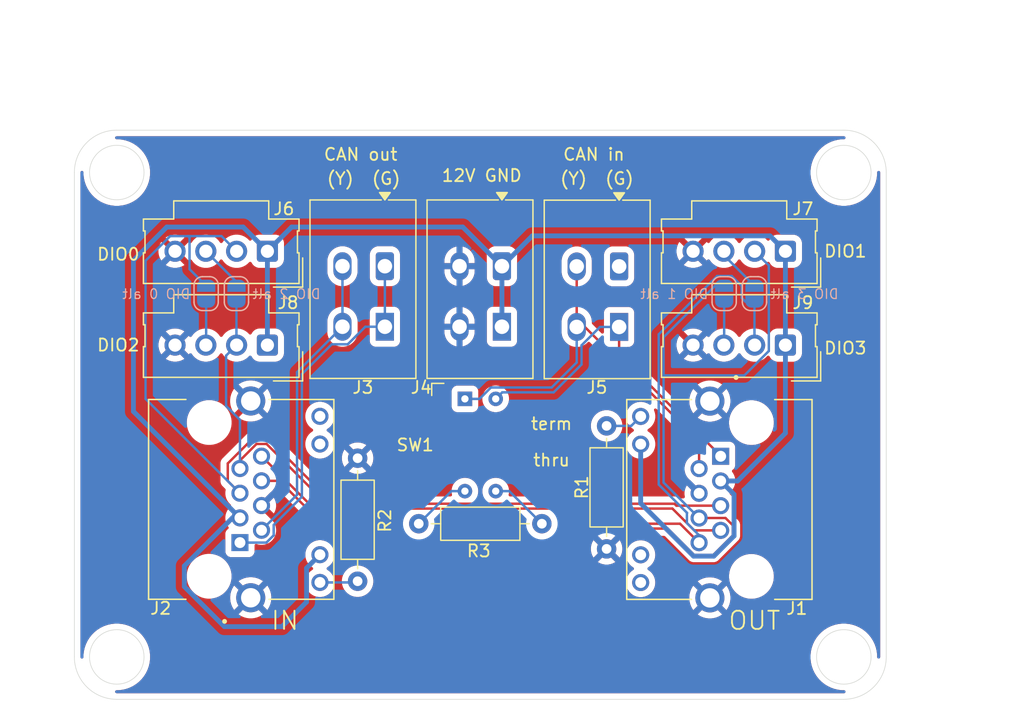
<source format=kicad_pcb>
(kicad_pcb (version 20241229) (generator "pcbnew") (generator_version "9.0")
  (layers (0 "F.Cu" signal) (2 "B.Cu" signal) (13 "F.Paste" user) (15 "B.Paste" user) (5 "F.SilkS" user "F.Silkscreen") (7 "B.SilkS" user "B.Silkscreen") (1 "F.Mask" user) (3 "B.Mask" user) (25 "Edge.Cuts" user))
  (net 0 "")
  (net 2 "/GND")
  (net 3 "Net-(J1-Pad9)")
  (net 4 "Net-(J5-Pin_2)")
  (net 5 "Net-(J5-Pin_1)")
  (net 7 "/12V")
  (net 10 "Net-(J3-Pin_1)")
  (net 11 "Net-(J3-Pin_2)")
  (net 12 "Net-(J2-Pad9)")
  (net 13 "Net-(R3-Pad1)")
  (net 14 "Net-(R3-Pad2)")
  (net 15 "/DIO 0")
  (net 16 "/DIO 3")
  (net 17 "/DIO 1")
  (net 18 "/DIO 2")
  (net 19 "DIO2_C")
  (net 20 "DIO0_C")
  (net 21 "DIO3_C")
  (net 22 "DIO1_C")
  (footprint "custom:ADAMTECH_MTJ-88ARX1-FSM-LG" (layer "F.Cu") (at 50.75 82.24 -90)
    (property "Reference" "J2" (at 9 4 0) (layer "F.SilkS"))
    (property "Value" "MTJ-88ARX1-FSM-LG")
    (fp_line (start -8.25 5) (end -8.25 1.92) (stroke (width 0.127)) (layer "F.SilkS"))
    (fp_line (start 8.25 5) (end -8.25 5) (stroke (width 0.127)) (layer "F.SilkS"))
    (fp_line (start 8.25 5) (end 8.25 1.92) (stroke (width 0.127)) (layer "F.SilkS"))
    (fp_line (start -8.25 -4.95) (end -8.25 -10.29) (stroke (width 0.127)) (layer "F.SilkS"))
    (fp_line (start -8.25 -10.29) (end 8.25 -10.29) (stroke (width 0.127)) (layer "F.SilkS"))
    (fp_line (start 8.25 -10.29) (end 8.25 -4.95) (stroke (width 0.127)) (layer "F.SilkS"))
    (fp_circle (center 10.075 -1.27) (end 10.175 -1.27) (stroke (width 0.2)) (fill no) (layer "F.SilkS"))
    (pad "" np_thru_hole circle (at -6.35 0 270) (size 3.2 3.2) (drill 3.2) (layers "*.Cu" "*.Mask"))
    (pad "" np_thru_hole circle (at 6.35 0 270) (size 3.2 3.2) (drill 3.2) (layers "*.Cu" "*.Mask"))
    (pad "1" thru_hole rect (at 3.57 -2.54 270) (size 1.408 1.408) (drill 0.9) (layers "*.Cu" "*.Mask") (net 10 "Net-(J3-Pin_1)"))
    (pad "2" thru_hole circle (at 2.55 -4.32 270) (size 1.408 1.408) (drill 0.9) (layers "*.Cu" "*.Mask") (net 11 "Net-(J3-Pin_2)"))
    (pad "3" thru_hole circle (at 1.53 -2.54 270) (size 1.408 1.408) (drill 0.9) (layers "*.Cu" "*.Mask") (net 7 "/12V"))
    (pad "4" thru_hole circle (at 0.51 -4.32 270) (size 1.408 1.408) (drill 0.9) (layers "*.Cu" "*.Mask") (net 2 "/GND"))
    (pad "5" thru_hole circle (at -0.51 -2.54 270) (size 1.408 1.408) (drill 0.9) (layers "*.Cu" "*.Mask") (net 15 "/DIO 0"))
    (pad "6" thru_hole circle (at -1.53 -4.32 270) (size 1.408 1.408) (drill 0.9) (layers "*.Cu" "*.Mask") (net 17 "/DIO 1"))
    (pad "7" thru_hole circle (at -2.55 -2.54 270) (size 1.408 1.408) (drill 0.9) (layers "*.Cu" "*.Mask") (net 18 "/DIO 2"))
    (pad "8" thru_hole circle (at -3.57 -4.32 270) (size 1.408 1.408) (drill 0.9) (layers "*.Cu" "*.Mask") (net 16 "/DIO 3"))
    (pad "9" thru_hole circle (at 6.86 -9.14 270) (size 1.408 1.408) (drill 0.9) (layers "*.Cu" "*.Mask") (net 12 "Net-(J2-Pad9)"))
    (pad "10" thru_hole circle (at 4.57 -9.14 270) (size 1.408 1.408) (drill 0.9) (layers "*.Cu" "*.Mask") (net 7 "/12V"))
    (pad "11" thru_hole circle (at -4.57 -9.14 270) (size 1.408 1.408) (drill 0.9) (layers "*.Cu" "*.Mask"))
    (pad "12" thru_hole circle (at -6.86 -9.14 270) (size 1.408 1.408) (drill 0.9) (layers "*.Cu" "*.Mask"))
    (pad "SH1" thru_hole circle (at -8.125 -3.43 270) (size 2.4 2.4) (drill 1.6) (layers "*.Cu" "*.Mask") (net 2 "/GND"))
    (pad "SH2" thru_hole circle (at 8.125 -3.43 270) (size 2.4 2.4) (drill 1.6) (layers "*.Cu" "*.Mask") (net 2 "/GND"))
  )
  (footprint "custom:Molex_SL_171971-0004_1x04_P2.54mm_Vertical" (layer "F.Cu") (at 98.305 61.75 180)
    (property "Reference" "J7" (at -1.445 3.5 180) (layer "F.SilkS"))
    (property "Value" "Conn_01x04_Pin")
    (fp_line (start 10.23 2.66) (end 10.23 1.68) (stroke (width 0.12)) (layer "F.SilkS"))
    (fp_line (start 10.23 1.68) (end 10.1 1.68) (stroke (width 0.12)) (layer "F.SilkS"))
    (fp_line (start 10.23 -0.13) (end 10.23 -2.66) (stroke (width 0.12)) (layer "F.SilkS"))
    (fp_line (start 10.23 -2.66) (end -2.61 -2.66) (stroke (width 0.12)) (layer "F.SilkS"))
    (fp_line (start 10.1 1.68) (end 10.1 -0.13) (stroke (width 0.12)) (layer "F.SilkS"))
    (fp_line (start 10.1 -0.13) (end 10.23 -0.13) (stroke (width 0.12)) (layer "F.SilkS"))
    (fp_line (start 7.73 4.16) (end 7.73 2.66) (stroke (width 0.12)) (layer "F.SilkS"))
    (fp_line (start 7.73 2.66) (end 10.23 2.66) (stroke (width 0.12)) (layer "F.SilkS"))
    (fp_line (start -0.11 4.16) (end 7.73 4.16) (stroke (width 0.12)) (layer "F.SilkS"))
    (fp_line (start -0.11 2.66) (end -0.11 4.16) (stroke (width 0.12)) (layer "F.SilkS"))
    (fp_line (start -2.48 1.68) (end -2.61 1.68) (stroke (width 0.12)) (layer "F.SilkS"))
    (fp_line (start -2.48 -0.13) (end -2.48 1.68) (stroke (width 0.12)) (layer "F.SilkS"))
    (fp_line (start -2.61 2.66) (end -0.11 2.66) (stroke (width 0.12)) (layer "F.SilkS"))
    (fp_line (start -2.61 1.68) (end -2.61 2.66) (stroke (width 0.12)) (layer "F.SilkS"))
    (fp_line (start -2.61 -0.13) (end -2.48 -0.13) (stroke (width 0.12)) (layer "F.SilkS"))
    (fp_line (start -2.61 -2.66) (end -2.61 -0.13) (stroke (width 0.12)) (layer "F.SilkS"))
    (fp_line (start -2.91 -0.55) (end -2.91 -2.96) (stroke (width 0.12)) (layer "F.SilkS"))
    (fp_line (start -2.91 -2.96) (end -0.5 -2.96) (stroke (width 0.12)) (layer "F.SilkS"))
    (pad "1" thru_hole roundrect (at 0 0 180) (size 1.74 1.74) (drill 1.09) (layers "*.Cu" "*.Mask") (roundrect_rratio 0.143678) (net 7 "/12V"))
    (pad "2" thru_hole circle (at 2.54 0 180) (size 1.74 1.74) (drill 1.09) (layers "*.Cu" "*.Mask") (net 17 "/DIO 1"))
    (pad "3" thru_hole circle (at 5.08 0 180) (size 1.74 1.74) (drill 1.09) (layers "*.Cu" "*.Mask") (net 21 "DIO3_C"))
    (pad "4" thru_hole circle (at 7.62 0 180) (size 1.74 1.74) (drill 1.09) (layers "*.Cu" "*.Mask") (net 2 "/GND"))
  )
  (footprint "custom:TerminalBlock_WAGO_2601-1102_1x02_P3.50mm_Horizontal w-model" (layer "F.Cu") (at 74.91 62.9825 180)
    (property "Reference" "J4" (at 6.66 -10.0175 0) (layer "F.SilkS"))
    (property "Value" "Conn_01x02_Pin")
    (fp_line (start 6.18 5.47) (end 0.3 5.47) (stroke (width 0.12)) (layer "F.SilkS"))
    (fp_line (start 6.18 -9.27) (end 6.18 5.47) (stroke (width 0.12)) (layer "F.SilkS"))
    (fp_line (start -0.3 5.47) (end -2.56 5.47) (stroke (width 0.12)) (layer "F.SilkS"))
    (fp_line (start -2.56 5.47) (end -2.56 -9.27) (stroke (width 0.12)) (layer "F.SilkS"))
    (fp_line (start -2.56 -9.27) (end 6.18 -9.27) (stroke (width 0.12)) (layer "F.SilkS"))
    (fp_poly (pts (xy 0 5.47) (xy 0.44 6.08) (xy -0.44 6.08)) (stroke (width 0.12)) (fill yes) (layer "F.SilkS"))
    (pad "1" thru_hole rect (at 0 -5 180) (size 1.5 2.3) (drill 1.2) (layers "*.Cu" "*.Mask") (net 7 "/12V"))
    (pad "1" thru_hole roundrect (at 0 0 180) (size 1.5 2.3) (drill 1.2) (layers "*.Cu" "*.Mask") (roundrect_rratio 0.166667) (net 7 "/12V"))
    (pad "2" thru_hole oval (at 3.5 -5 180) (size 1.5 2.3) (drill 1.2) (layers "*.Cu" "*.Mask") (net 2 "/GND"))
    (pad "2" thru_hole oval (at 3.5 0 180) (size 1.5 2.3) (drill 1.2) (layers "*.Cu" "*.Mask") (net 2 "/GND"))
  )
  (footprint "Resistor_THT:R_Axial_DIN0207_L6.3mm_D2.5mm_P10.16mm_Horizontal" (layer "F.Cu") (at 83.5475 76.17 -90)
    (property "Reference" "R1" (at 5.08 2.0475 90) (layer "F.SilkS"))
    (property "Value" "R")
    (fp_line (start 1.04 0) (end 1.81 0) (stroke (width 0.12)) (layer "F.SilkS"))
    (fp_line (start 9.12 0) (end 8.35 0) (stroke (width 0.12)) (layer "F.SilkS"))
    (fp_rect (start 1.81 -1.37) (end 8.35 1.37) (stroke (width 0.12)) (fill no) (layer "F.SilkS"))
    (pad "1" thru_hole circle (at 0 0 270) (size 1.6 1.6) (drill 0.8) (layers "*.Cu" "*.Mask") (net 3 "Net-(J1-Pad9)"))
    (pad "2" thru_hole circle (at 10.16 0 270) (size 1.6 1.6) (drill 0.8) (layers "*.Cu" "*.Mask") (net 2 "/GND"))
  )
  (footprint "custom:Molex_SL_171971-0004_1x04_P2.54mm_Vertical" (layer "F.Cu") (at 55.555 61.75 180)
    (property "Reference" "J6" (at -1.36 3.5 180) (layer "F.SilkS"))
    (property "Value" "Conn_01x04_Pin" (hide yes))
    (fp_line (start 10.23 2.66) (end 10.23 1.68) (stroke (width 0.12)) (layer "F.SilkS"))
    (fp_line (start 10.23 1.68) (end 10.1 1.68) (stroke (width 0.12)) (layer "F.SilkS"))
    (fp_line (start 10.23 -0.13) (end 10.23 -2.66) (stroke (width 0.12)) (layer "F.SilkS"))
    (fp_line (start 10.23 -2.66) (end -2.61 -2.66) (stroke (width 0.12)) (layer "F.SilkS"))
    (fp_line (start 10.1 1.68) (end 10.1 -0.13) (stroke (width 0.12)) (layer "F.SilkS"))
    (fp_line (start 10.1 -0.13) (end 10.23 -0.13) (stroke (width 0.12)) (layer "F.SilkS"))
    (fp_line (start 7.73 4.16) (end 7.73 2.66) (stroke (width 0.12)) (layer "F.SilkS"))
    (fp_line (start 7.73 2.66) (end 10.23 2.66) (stroke (width 0.12)) (layer "F.SilkS"))
    (fp_line (start -0.11 4.16) (end 7.73 4.16) (stroke (width 0.12)) (layer "F.SilkS"))
    (fp_line (start -0.11 2.66) (end -0.11 4.16) (stroke (width 0.12)) (layer "F.SilkS"))
    (fp_line (start -2.48 1.68) (end -2.61 1.68) (stroke (width 0.12)) (layer "F.SilkS"))
    (fp_line (start -2.48 -0.13) (end -2.48 1.68) (stroke (width 0.12)) (layer "F.SilkS"))
    (fp_line (start -2.61 2.66) (end -0.11 2.66) (stroke (width 0.12)) (layer "F.SilkS"))
    (fp_line (start -2.61 1.68) (end -2.61 2.66) (stroke (width 0.12)) (layer "F.SilkS"))
    (fp_line (start -2.61 -0.13) (end -2.48 -0.13) (stroke (width 0.12)) (layer "F.SilkS"))
    (fp_line (start -2.61 -2.66) (end -2.61 -0.13) (stroke (width 0.12)) (layer "F.SilkS"))
    (fp_line (start -2.91 -0.55) (end -2.91 -2.96) (stroke (width 0.12)) (layer "F.SilkS"))
    (fp_line (start -2.91 -2.96) (end -0.5 -2.96) (stroke (width 0.12)) (layer "F.SilkS"))
    (pad "1" thru_hole roundrect (at 0 0 180) (size 1.74 1.74) (drill 1.09) (layers "*.Cu" "*.Mask") (roundrect_rratio 0.143678) (net 7 "/12V"))
    (pad "2" thru_hole circle (at 2.54 0 180) (size 1.74 1.74) (drill 1.09) (layers "*.Cu" "*.Mask") (net 15 "/DIO 0"))
    (pad "3" thru_hole circle (at 5.08 0 180) (size 1.74 1.74) (drill 1.09) (layers "*.Cu" "*.Mask") (net 19 "DIO2_C"))
    (pad "4" thru_hole circle (at 7.62 0 180) (size 1.74 1.74) (drill 1.09) (layers "*.Cu" "*.Mask") (net 2 "/GND"))
  )
  (footprint "custom:TerminalBlock_WAGO_2601-1102_1x02_P3.50mm_Horizontal w-model" (layer "F.Cu") (at 65.25 62.9825 180)
    (property "Reference" "J3" (at 1.81 -10.0175 0) (layer "F.SilkS"))
    (property "Value" "Conn_01x02_Pin" (hide yes))
    (fp_line (start 6.18 5.47) (end 0.3 5.47) (stroke (width 0.12)) (layer "F.SilkS"))
    (fp_line (start 6.18 -9.27) (end 6.18 5.47) (stroke (width 0.12)) (layer "F.SilkS"))
    (fp_line (start -0.3 5.47) (end -2.56 5.47) (stroke (width 0.12)) (layer "F.SilkS"))
    (fp_line (start -2.56 5.47) (end -2.56 -9.27) (stroke (width 0.12)) (layer "F.SilkS"))
    (fp_line (start -2.56 -9.27) (end 6.18 -9.27) (stroke (width 0.12)) (layer "F.SilkS"))
    (fp_poly (pts (xy 0 5.47) (xy 0.44 6.08) (xy -0.44 6.08)) (stroke (width 0.12)) (fill yes) (layer "F.SilkS"))
    (pad "1" thru_hole rect (at 0 -5 180) (size 1.5 2.3) (drill 1.2) (layers "*.Cu" "*.Mask") (net 10 "Net-(J3-Pin_1)"))
    (pad "1" thru_hole roundrect (at 0 0 180) (size 1.5 2.3) (drill 1.2) (layers "*.Cu" "*.Mask") (roundrect_rratio 0.166667) (net 10 "Net-(J3-Pin_1)"))
    (pad "2" thru_hole oval (at 3.5 -5 180) (size 1.5 2.3) (drill 1.2) (layers "*.Cu" "*.Mask") (net 11 "Net-(J3-Pin_2)"))
    (pad "2" thru_hole oval (at 3.5 0 180) (size 1.5 2.3) (drill 1.2) (layers "*.Cu" "*.Mask") (net 11 "Net-(J3-Pin_2)"))
  )
  (footprint "Resistor_THT:R_Axial_DIN0207_L6.3mm_D2.5mm_P10.16mm_Horizontal" (layer "F.Cu") (at 63 89 90)
    (property "Reference" "R2" (at 5 2.25 90) (layer "F.SilkS"))
    (property "Value" "R")
    (fp_line (start 9.12 0) (end 8.35 0) (stroke (width 0.12)) (layer "F.SilkS"))
    (fp_line (start 1.04 0) (end 1.81 0) (stroke (width 0.12)) (layer "F.SilkS"))
    (fp_rect (start 1.81 -1.37) (end 8.35 1.37) (stroke (width 0.12)) (fill no) (layer "F.SilkS"))
    (pad "1" thru_hole circle (at 0 0 90) (size 1.6 1.6) (drill 0.8) (layers "*.Cu" "*.Mask") (net 12 "Net-(J2-Pad9)"))
    (pad "2" thru_hole circle (at 10.16 0 90) (size 1.6 1.6) (drill 0.8) (layers "*.Cu" "*.Mask") (net 2 "/GND"))
  )
  (footprint "custom:Molex_SL_171971-0004_1x04_P2.54mm_Vertical" (layer "F.Cu") (at 98.305 69.5 180)
    (property "Reference" "J9" (at -1.445 3.5 180) (layer "F.SilkS"))
    (property "Value" "Conn_01x04_Pin")
    (fp_line (start 10.23 2.66) (end 10.23 1.68) (stroke (width 0.12)) (layer "F.SilkS"))
    (fp_line (start 10.23 1.68) (end 10.1 1.68) (stroke (width 0.12)) (layer "F.SilkS"))
    (fp_line (start 10.23 -0.13) (end 10.23 -2.66) (stroke (width 0.12)) (layer "F.SilkS"))
    (fp_line (start 10.23 -2.66) (end -2.61 -2.66) (stroke (width 0.12)) (layer "F.SilkS"))
    (fp_line (start 10.1 1.68) (end 10.1 -0.13) (stroke (width 0.12)) (layer "F.SilkS"))
    (fp_line (start 10.1 -0.13) (end 10.23 -0.13) (stroke (width 0.12)) (layer "F.SilkS"))
    (fp_line (start 7.73 4.16) (end 7.73 2.66) (stroke (width 0.12)) (layer "F.SilkS"))
    (fp_line (start 7.73 2.66) (end 10.23 2.66) (stroke (width 0.12)) (layer "F.SilkS"))
    (fp_line (start -0.11 4.16) (end 7.73 4.16) (stroke (width 0.12)) (layer "F.SilkS"))
    (fp_line (start -0.11 2.66) (end -0.11 4.16) (stroke (width 0.12)) (layer "F.SilkS"))
    (fp_line (start -2.48 1.68) (end -2.61 1.68) (stroke (width 0.12)) (layer "F.SilkS"))
    (fp_line (start -2.48 -0.13) (end -2.48 1.68) (stroke (width 0.12)) (layer "F.SilkS"))
    (fp_line (start -2.61 2.66) (end -0.11 2.66) (stroke (width 0.12)) (layer "F.SilkS"))
    (fp_line (start -2.61 1.68) (end -2.61 2.66) (stroke (width 0.12)) (layer "F.SilkS"))
    (fp_line (start -2.61 -0.13) (end -2.48 -0.13) (stroke (width 0.12)) (layer "F.SilkS"))
    (fp_line (start -2.61 -2.66) (end -2.61 -0.13) (stroke (width 0.12)) (layer "F.SilkS"))
    (fp_line (start -2.91 -0.55) (end -2.91 -2.96) (stroke (width 0.12)) (layer "F.SilkS"))
    (fp_line (start -2.91 -2.96) (end -0.5 -2.96) (stroke (width 0.12)) (layer "F.SilkS"))
    (pad "1" thru_hole roundrect (at 0 0 180) (size 1.74 1.74) (drill 1.09) (layers "*.Cu" "*.Mask") (roundrect_rratio 0.143678) (net 7 "/12V"))
    (pad "2" thru_hole circle (at 2.54 0 180) (size 1.74 1.74) (drill 1.09) (layers "*.Cu" "*.Mask") (net 16 "/DIO 3"))
    (pad "3" thru_hole circle (at 5.08 0 180) (size 1.74 1.74) (drill 1.09) (layers "*.Cu" "*.Mask") (net 22 "DIO1_C"))
    (pad "4" thru_hole circle (at 7.62 0 180) (size 1.74 1.74) (drill 1.09) (layers "*.Cu" "*.Mask") (net 2 "/GND"))
  )
  (footprint "custom:206-211" (layer "F.Cu") (at 73.125 77.75)
    (property "Reference" "SW1" (at -5.375 0 0) (layer "F.SilkS"))
    (property "Value" "SW_DPST")
    (fp_line (start -4.01 -5.09) (end -4.01 -4.09) (stroke (width 0.12)) (layer "F.SilkS"))
    (fp_line (start -4.01 -5.09) (end -3.01 -5.09) (stroke (width 0.12)) (layer "F.SilkS"))
    (pad "1" thru_hole rect (at -1.27 -3.81) (size 1.2 1.2) (drill 0.6) (layers "*.Cu" "*.Mask") (net 4 "Net-(J5-Pin_2)"))
    (pad "2" thru_hole circle (at -1.27 3.81) (size 1.2 1.2) (drill 0.6) (layers "*.Cu" "*.Mask") (net 14 "Net-(R3-Pad2)"))
    (pad "3" thru_hole circle (at 1.27 -3.81) (size 1.2 1.2) (drill 0.6) (layers "*.Cu" "*.Mask") (net 5 "Net-(J5-Pin_1)"))
    (pad "4" thru_hole circle (at 1.27 3.81) (size 1.2 1.2) (drill 0.6) (layers "*.Cu" "*.Mask") (net 13 "Net-(R3-Pad1)"))
  )
  (footprint "custom:ADAMTECH_MTJ-88ARX1-FSM-LG" (layer "F.Cu") (at 95.5 82.25 90)
    (property "Reference" "J1" (at -9 3.75 180) (layer "F.SilkS"))
    (property "Value" "MTJ-88ARX1-FSM-LG")
    (fp_line (start 8.25 -10.29) (end 8.25 -4.95) (stroke (width 0.127)) (layer "F.SilkS"))
    (fp_line (start -8.25 -10.29) (end 8.25 -10.29) (stroke (width 0.127)) (layer "F.SilkS"))
    (fp_line (start -8.25 -4.95) (end -8.25 -10.29) (stroke (width 0.127)) (layer "F.SilkS"))
    (fp_line (start 8.25 5) (end 8.25 1.92) (stroke (width 0.127)) (layer "F.SilkS"))
    (fp_line (start 8.25 5) (end -8.25 5) (stroke (width 0.127)) (layer "F.SilkS"))
    (fp_line (start -8.25 5) (end -8.25 1.92) (stroke (width 0.127)) (layer "F.SilkS"))
    (fp_circle (center 10.075 -1.27) (end 10.175 -1.27) (stroke (width 0.2)) (fill no) (layer "F.SilkS"))
    (pad "" np_thru_hole circle (at -6.35 0 90) (size 3.2 3.2) (drill 3.2) (layers "*.Cu" "*.Mask"))
    (pad "" np_thru_hole circle (at 6.35 0 90) (size 3.2 3.2) (drill 3.2) (layers "*.Cu" "*.Mask"))
    (pad "1" thru_hole rect (at 3.57 -2.54 90) (size 1.408 1.408) (drill 0.9) (layers "*.Cu" "*.Mask") (net 5 "Net-(J5-Pin_1)"))
    (pad "2" thru_hole circle (at 2.55 -4.32 90) (size 1.408 1.408) (drill 0.9) (layers "*.Cu" "*.Mask") (net 4 "Net-(J5-Pin_2)"))
    (pad "3" thru_hole circle (at 1.53 -2.54 90) (size 1.408 1.408) (drill 0.9) (layers "*.Cu" "*.Mask") (net 7 "/12V"))
    (pad "4" thru_hole circle (at 0.51 -4.32 90) (size 1.408 1.408) (drill 0.9) (layers "*.Cu" "*.Mask") (net 2 "/GND"))
    (pad "5" thru_hole circle (at -0.51 -2.54 90) (size 1.408 1.408) (drill 0.9) (layers "*.Cu" "*.Mask") (net 15 "/DIO 0"))
    (pad "6" thru_hole circle (at -1.53 -4.32 90) (size 1.408 1.408) (drill 0.9) (layers "*.Cu" "*.Mask") (net 17 "/DIO 1"))
    (pad "7" thru_hole circle (at -2.55 -2.54 90) (size 1.408 1.408) (drill 0.9) (layers "*.Cu" "*.Mask") (net 18 "/DIO 2"))
    (pad "8" thru_hole circle (at -3.57 -4.32 90) (size 1.408 1.408) (drill 0.9) (layers "*.Cu" "*.Mask") (net 16 "/DIO 3"))
    (pad "9" thru_hole circle (at 6.86 -9.14 90) (size 1.408 1.408) (drill 0.9) (layers "*.Cu" "*.Mask") (net 3 "Net-(J1-Pad9)"))
    (pad "10" thru_hole circle (at 4.57 -9.14 90) (size 1.408 1.408) (drill 0.9) (layers "*.Cu" "*.Mask") (net 7 "/12V"))
    (pad "11" thru_hole circle (at -4.57 -9.14 90) (size 1.408 1.408) (drill 0.9) (layers "*.Cu" "*.Mask"))
    (pad "12" thru_hole circle (at -6.86 -9.14 90) (size 1.408 1.408) (drill 0.9) (layers "*.Cu" "*.Mask"))
    (pad "SH1" thru_hole circle (at -8.125 -3.43 90) (size 2.4 2.4) (drill 1.6) (layers "*.Cu" "*.Mask") (net 2 "/GND"))
    (pad "SH2" thru_hole circle (at 8.125 -3.43 90) (size 2.4 2.4) (drill 1.6) (layers "*.Cu" "*.Mask") (net 2 "/GND"))
  )
  (footprint "Resistor_THT:R_Axial_DIN0207_L6.3mm_D2.5mm_P10.16mm_Horizontal" (layer "F.Cu") (at 78.205 84.25 180)
    (property "Reference" "R3" (at 5.205 -2.25 0) (layer "F.SilkS"))
    (property "Value" "120R")
    (fp_line (start 9.12 0) (end 8.35 0) (stroke (width 0.12)) (layer "F.SilkS"))
    (fp_line (start 1.04 0) (end 1.81 0) (stroke (width 0.12)) (layer "F.SilkS"))
    (fp_rect (start 1.81 -1.37) (end 8.35 1.37) (stroke (width 0.12)) (fill no) (layer "F.SilkS"))
    (pad "1" thru_hole circle (at 0 0 180) (size 1.6 1.6) (drill 0.8) (layers "*.Cu" "*.Mask") (net 13 "Net-(R3-Pad1)"))
    (pad "2" thru_hole circle (at 10.16 0 180) (size 1.6 1.6) (drill 0.8) (layers "*.Cu" "*.Mask") (net 14 "Net-(R3-Pad2)"))
  )
  (footprint "custom:TerminalBlock_WAGO_2601-1102_1x02_P3.50mm_Horizontal w-model" (layer "F.Cu") (at 84.58 63 180)
    (property "Reference" "J5" (at 1.83 -10 0) (layer "F.SilkS"))
    (property "Value" "Conn_01x02_Pin")
    (fp_line (start 6.18 5.47) (end 0.3 5.47) (stroke (width 0.12)) (layer "F.SilkS"))
    (fp_line (start 6.18 -9.27) (end 6.18 5.47) (stroke (width 0.12)) (layer "F.SilkS"))
    (fp_line (start -0.3 5.47) (end -2.56 5.47) (stroke (width 0.12)) (layer "F.SilkS"))
    (fp_line (start -2.56 5.47) (end -2.56 -9.27) (stroke (width 0.12)) (layer "F.SilkS"))
    (fp_line (start -2.56 -9.27) (end 6.18 -9.27) (stroke (width 0.12)) (layer "F.SilkS"))
    (fp_poly (pts (xy 0 5.47) (xy 0.44 6.08) (xy -0.44 6.08)) (stroke (width 0.12)) (fill yes) (layer "F.SilkS"))
    (pad "1" thru_hole rect (at 0 -5 180) (size 1.5 2.3) (drill 1.2) (layers "*.Cu" "*.Mask") (net 5 "Net-(J5-Pin_1)"))
    (pad "1" thru_hole roundrect (at 0 0 180) (size 1.5 2.3) (drill 1.2) (layers "*.Cu" "*.Mask") (roundrect_rratio 0.166667) (net 5 "Net-(J5-Pin_1)"))
    (pad "2" thru_hole oval (at 3.5 -5 180) (size 1.5 2.3) (drill 1.2) (layers "*.Cu" "*.Mask") (net 4 "Net-(J5-Pin_2)"))
    (pad "2" thru_hole oval (at 3.5 0 180) (size 1.5 2.3) (drill 1.2) (layers "*.Cu" "*.Mask") (net 4 "Net-(J5-Pin_2)"))
  )
  (footprint "custom:Molex_SL_171971-0004_1x04_P2.54mm_Vertical" (layer "F.Cu") (at 55.555 69.5 180)
    (property "Reference" "J8" (at -1.705 3.5 180) (layer "F.SilkS"))
    (property "Value" "Conn_01x04_Pin" (hide yes))
    (fp_line (start 10.23 2.66) (end 10.23 1.68) (stroke (width 0.12)) (layer "F.SilkS"))
    (fp_line (start 10.23 1.68) (end 10.1 1.68) (stroke (width 0.12)) (layer "F.SilkS"))
    (fp_line (start 10.23 -0.13) (end 10.23 -2.66) (stroke (width 0.12)) (layer "F.SilkS"))
    (fp_line (start 10.23 -2.66) (end -2.61 -2.66) (stroke (width 0.12)) (layer "F.SilkS"))
    (fp_line (start 10.1 1.68) (end 10.1 -0.13) (stroke (width 0.12)) (layer "F.SilkS"))
    (fp_line (start 10.1 -0.13) (end 10.23 -0.13) (stroke (width 0.12)) (layer "F.SilkS"))
    (fp_line (start 7.73 4.16) (end 7.73 2.66) (stroke (width 0.12)) (layer "F.SilkS"))
    (fp_line (start 7.73 2.66) (end 10.23 2.66) (stroke (width 0.12)) (layer "F.SilkS"))
    (fp_line (start -0.11 4.16) (end 7.73 4.16) (stroke (width 0.12)) (layer "F.SilkS"))
    (fp_line (start -0.11 2.66) (end -0.11 4.16) (stroke (width 0.12)) (layer "F.SilkS"))
    (fp_line (start -2.48 1.68) (end -2.61 1.68) (stroke (width 0.12)) (layer "F.SilkS"))
    (fp_line (start -2.48 -0.13) (end -2.48 1.68) (stroke (width 0.12)) (layer "F.SilkS"))
    (fp_line (start -2.61 2.66) (end -0.11 2.66) (stroke (width 0.12)) (layer "F.SilkS"))
    (fp_line (start -2.61 1.68) (end -2.61 2.66) (stroke (width 0.12)) (layer "F.SilkS"))
    (fp_line (start -2.61 -0.13) (end -2.48 -0.13) (stroke (width 0.12)) (layer "F.SilkS"))
    (fp_line (start -2.61 -2.66) (end -2.61 -0.13) (stroke (width 0.12)) (layer "F.SilkS"))
    (fp_line (start -2.91 -0.55) (end -2.91 -2.96) (stroke (width 0.12)) (layer "F.SilkS"))
    (fp_line (start -2.91 -2.96) (end -0.5 -2.96) (stroke (width 0.12)) (layer "F.SilkS"))
    (pad "1" thru_hole roundrect (at 0 0 180) (size 1.74 1.74) (drill 1.09) (layers "*.Cu" "*.Mask") (roundrect_rratio 0.143678) (net 7 "/12V"))
    (pad "2" thru_hole circle (at 2.54 0 180) (size 1.74 1.74) (drill 1.09) (layers "*.Cu" "*.Mask") (net 18 "/DIO 2"))
    (pad "3" thru_hole circle (at 5.08 0 180) (size 1.74 1.74) (drill 1.09) (layers "*.Cu" "*.Mask") (net 20 "DIO0_C"))
    (pad "4" thru_hole circle (at 7.62 0 180) (size 1.74 1.74) (drill 1.09) (layers "*.Cu" "*.Mask") (net 2 "/GND"))
  )
  (footprint "Jumper:SolderJumper-2_P1.3mm_Open_RoundedPad1.0x1.5mm" (layer "B.Cu") (at 95.75 65.25 -90)
    (property "Reference" "REF**" (hide yes))
    (property "Value" "SolderJumper-2_P1.3mm_Open_RoundedPad1.0x1.5mm" (hide yes))
    (fp_line (start -0.7 1) (end 0.7 1) (stroke (width 0.12)) (layer "B.SilkS"))
    (fp_line (start 1.4 0.3) (end 1.4 -0.3) (stroke (width 0.12)) (layer "B.SilkS"))
    (fp_line (start -1.4 -0.3) (end -1.4 0.3) (stroke (width 0.12)) (layer "B.SilkS"))
    (fp_line (start 0.7 -1) (end -0.7 -1) (stroke (width 0.12)) (layer "B.SilkS"))
    (fp_arc (start -0.7 1) (mid -1.194975 0.794975) (end -1.4 0.3) (stroke (width 0.12)) (layer "B.SilkS"))
    (fp_arc (start 1.4 0.3) (mid 1.194975 0.794975) (end 0.7 1) (stroke (width 0.12)) (layer "B.SilkS"))
    (fp_arc (start -1.4 -0.3) (mid -1.194975 -0.794975) (end -0.7 -1) (stroke (width 0.12)) (layer "B.SilkS"))
    (fp_arc (start 0.7 -1) (mid 1.194975 -0.794975) (end 1.4 -0.3) (stroke (width 0.12)) (layer "B.SilkS"))
    (pad "1" smd custom (at -0.65 0 270) (size 1 0.5) (layers "B.Cu" "B.Mask") (net 21 "DIO3_C") (options (clearance outline) (anchor rect)) (primitives (gr_circle (center 0 -0.25) (end 0.5 -0.25) (width 0) (fill yes)) (gr_circle (center 0 0.25) (end 0.5 0.25) (width 0) (fill yes)) (gr_poly (pts (xy 0.5 -0.75) (xy 0 -0.75) (xy 0 0.75) (xy 0.5 0.75)) (width 0) (fill yes))))
    (pad "2" smd custom (at 0.65 0 270) (size 1 0.5) (layers "B.Cu" "B.Mask") (net 16 "/DIO 3") (options (clearance outline) (anchor rect)) (primitives (gr_circle (center 0 -0.25) (end 0.5 -0.25) (width 0) (fill yes)) (gr_circle (center 0 0.25) (end 0.5 0.25) (width 0) (fill yes)) (gr_poly (pts (xy 0 -0.75) (xy -0.5 -0.75) (xy -0.5 0.75) (xy 0 0.75)) (width 0) (fill yes))))
  )
  (footprint "Jumper:SolderJumper-2_P1.3mm_Open_RoundedPad1.0x1.5mm" (layer "B.Cu") (at 93.25 65.25 -90)
    (property "Reference" "REF**" (hide yes))
    (property "Value" "SolderJumper-2_P1.3mm_Open_RoundedPad1.0x1.5mm" (hide yes))
    (fp_line (start -0.7 1) (end 0.7 1) (stroke (width 0.12)) (layer "B.SilkS"))
    (fp_line (start 1.4 0.3) (end 1.4 -0.3) (stroke (width 0.12)) (layer "B.SilkS"))
    (fp_line (start -1.4 -0.3) (end -1.4 0.3) (stroke (width 0.12)) (layer "B.SilkS"))
    (fp_line (start 0.7 -1) (end -0.7 -1) (stroke (width 0.12)) (layer "B.SilkS"))
    (fp_arc (start -0.7 1) (mid -1.194975 0.794975) (end -1.4 0.3) (stroke (width 0.12)) (layer "B.SilkS"))
    (fp_arc (start 1.4 0.3) (mid 1.194975 0.794975) (end 0.7 1) (stroke (width 0.12)) (layer "B.SilkS"))
    (fp_arc (start -1.4 -0.3) (mid -1.194975 -0.794975) (end -0.7 -1) (stroke (width 0.12)) (layer "B.SilkS"))
    (fp_arc (start 0.7 -1) (mid 1.194975 -0.794975) (end 1.4 -0.3) (stroke (width 0.12)) (layer "B.SilkS"))
    (pad "1" smd custom (at -0.65 0 270) (size 1 0.5) (layers "B.Cu" "B.Mask") (net 17 "/DIO 1") (options (clearance outline) (anchor rect)) (primitives (gr_circle (center 0 -0.25) (end 0.5 -0.25) (width 0) (fill yes)) (gr_circle (center 0 0.25) (end 0.5 0.25) (width 0) (fill yes)) (gr_poly (pts (xy 0.5 -0.75) (xy 0 -0.75) (xy 0 0.75) (xy 0.5 0.75)) (width 0) (fill yes))))
    (pad "2" smd custom (at 0.65 0 270) (size 1 0.5) (layers "B.Cu" "B.Mask") (net 22 "DIO1_C") (options (clearance outline) (anchor rect)) (primitives (gr_circle (center 0 -0.25) (end 0.5 -0.25) (width 0) (fill yes)) (gr_circle (center 0 0.25) (end 0.5 0.25) (width 0) (fill yes)) (gr_poly (pts (xy 0 -0.75) (xy -0.5 -0.75) (xy -0.5 0.75) (xy 0 0.75)) (width 0) (fill yes))))
  )
  (footprint "Jumper:SolderJumper-2_P1.3mm_Open_RoundedPad1.0x1.5mm" (layer "B.Cu") (at 53 65.25 -90)
    (property "Reference" "REF**" (hide yes))
    (property "Value" "SolderJumper-2_P1.3mm_Open_RoundedPad1.0x1.5mm" (hide yes))
    (fp_line (start -0.7 1) (end 0.7 1) (stroke (width 0.12)) (layer "B.SilkS"))
    (fp_line (start 1.4 0.3) (end 1.4 -0.3) (stroke (width 0.12)) (layer "B.SilkS"))
    (fp_line (start -1.4 -0.3) (end -1.4 0.3) (stroke (width 0.12)) (layer "B.SilkS"))
    (fp_line (start 0.7 -1) (end -0.7 -1) (stroke (width 0.12)) (layer "B.SilkS"))
    (fp_arc (start -0.7 1) (mid -1.194975 0.794975) (end -1.4 0.3) (stroke (width 0.12)) (layer "B.SilkS"))
    (fp_arc (start 1.4 0.3) (mid 1.194975 0.794975) (end 0.7 1) (stroke (width 0.12)) (layer "B.SilkS"))
    (fp_arc (start -1.4 -0.3) (mid -1.194975 -0.794975) (end -0.7 -1) (stroke (width 0.12)) (layer "B.SilkS"))
    (fp_arc (start 0.7 -1) (mid 1.194975 -0.794975) (end 1.4 -0.3) (stroke (width 0.12)) (layer "B.SilkS"))
    (pad "1" smd custom (at -0.65 0 270) (size 1 0.5) (layers "B.Cu" "B.Mask") (net 19 "DIO2_C") (options (clearance outline) (anchor rect)) (primitives (gr_circle (center 0 -0.25) (end 0.5 -0.25) (width 0) (fill yes)) (gr_circle (center 0 0.25) (end 0.5 0.25) (width 0) (fill yes)) (gr_poly (pts (xy 0.5 -0.75) (xy 0 -0.75) (xy 0 0.75) (xy 0.5 0.75)) (width 0) (fill yes))))
    (pad "2" smd custom (at 0.65 0 270) (size 1 0.5) (layers "B.Cu" "B.Mask") (net 18 "/DIO 2") (options (clearance outline) (anchor rect)) (primitives (gr_circle (center 0 -0.25) (end 0.5 -0.25) (width 0) (fill yes)) (gr_circle (center 0 0.25) (end 0.5 0.25) (width 0) (fill yes)) (gr_poly (pts (xy 0 -0.75) (xy -0.5 -0.75) (xy -0.5 0.75) (xy 0 0.75)) (width 0) (fill yes))))
  )
  (footprint "Jumper:SolderJumper-2_P1.3mm_Open_RoundedPad1.0x1.5mm" (layer "B.Cu") (at 50.5 65.25 -90)
    (property "Reference" "REF**" (hide yes))
    (property "Value" "SolderJumper-2_P1.3mm_Open_RoundedPad1.0x1.5mm" (hide yes))
    (fp_line (start -0.7 1) (end 0.7 1) (stroke (width 0.12)) (layer "B.SilkS"))
    (fp_line (start 1.4 0.3) (end 1.4 -0.3) (stroke (width 0.12)) (layer "B.SilkS"))
    (fp_line (start -1.4 -0.3) (end -1.4 0.3) (stroke (width 0.12)) (layer "B.SilkS"))
    (fp_line (start 0.7 -1) (end -0.7 -1) (stroke (width 0.12)) (layer "B.SilkS"))
    (fp_arc (start -0.7 1) (mid -1.194975 0.794975) (end -1.4 0.3) (stroke (width 0.12)) (layer "B.SilkS"))
    (fp_arc (start 1.4 0.3) (mid 1.194975 0.794975) (end 0.7 1) (stroke (width 0.12)) (layer "B.SilkS"))
    (fp_arc (start -1.4 -0.3) (mid -1.194975 -0.794975) (end -0.7 -1) (stroke (width 0.12)) (layer "B.SilkS"))
    (fp_arc (start 0.7 -1) (mid 1.194975 -0.794975) (end 1.4 -0.3) (stroke (width 0.12)) (layer "B.SilkS"))
    (pad "1" smd custom (at -0.65 0 270) (size 1 0.5) (layers "B.Cu" "B.Mask") (net 15 "/DIO 0") (options (clearance outline) (anchor rect)) (primitives (gr_circle (center 0 -0.25) (end 0.5 -0.25) (width 0) (fill yes)) (gr_circle (center 0 0.25) (end 0.5 0.25) (width 0) (fill yes)) (gr_poly (pts (xy 0.5 -0.75) (xy 0 -0.75) (xy 0 0.75) (xy 0.5 0.75)) (width 0) (fill yes))))
    (pad "2" smd custom (at 0.65 0 270) (size 1 0.5) (layers "B.Cu" "B.Mask") (net 20 "DIO0_C") (options (clearance outline) (anchor rect)) (primitives (gr_circle (center 0 -0.25) (end 0.5 -0.25) (width 0) (fill yes)) (gr_circle (center 0 0.25) (end 0.5 0.25) (width 0) (fill yes)) (gr_poly (pts (xy 0 -0.75) (xy -0.5 -0.75) (xy -0.5 0.75) (xy 0 0.75)) (width 0) (fill yes))))
  )
  (gr_circle (center 103.125 55.25) (end 105.375 55.25) (stroke (width 0.05)) (fill no) (layer "Edge.Cuts"))
  (gr_arc (start 103.125 51.75) (mid 105.599874 52.775126) (end 106.625 55.25) (stroke (width 0.05)) (layer "Edge.Cuts"))
  (gr_arc (start 106.625 95.25) (mid 105.599874 97.724874) (end 103.125 98.75) (stroke (width 0.05)) (layer "Edge.Cuts"))
  (gr_arc (start 39.625 55.25) (mid 40.650126 52.775126) (end 43.125 51.75) (stroke (width 0.05)) (layer "Edge.Cuts"))
  (gr_arc (start 43.125 98.75) (mid 40.650126 97.724874) (end 39.625 95.25) (stroke (width 0.05)) (layer "Edge.Cuts"))
  (gr_line (start 103.125 98.75) (end 43.125 98.75) (stroke (width 0.05)) (layer "Edge.Cuts"))
  (gr_line (start 39.625 55.25) (end 39.625 95.25) (stroke (width 0.05)) (layer "Edge.Cuts"))
  (gr_circle (center 103.125 95.25) (end 105.375 95.25) (stroke (width 0.05)) (fill no) (layer "Edge.Cuts"))
  (gr_circle (center 43.125 95.25) (end 45.375 95.25) (stroke (width 0.05)) (fill no) (layer "Edge.Cuts"))
  (gr_line (start 43.125 51.75) (end 103.125 51.75) (stroke (width 0.05)) (layer "Edge.Cuts"))
  (gr_circle (center 43.125 55.25) (end 45.375 55.25) (stroke (width 0.05)) (fill no) (layer "Edge.Cuts"))
  (gr_line (start 106.625 55.25) (end 106.625 95.25) (stroke (width 0.05)) (layer "Edge.Cuts"))
  (gr_text "(Y)  (G)" (at 82.75 55.75 0) (layer "F.SilkS") (effects (font (size 1 1))))
  (gr_text "OUT\n" (at 95.75 92.25 0) (layer "F.SilkS") (effects (font (size 1.5 1.5))))
  (gr_text "CAN in\n" (at 82.5 53.75 0) (layer "F.SilkS") (effects (font (size 1 1))))
  (gr_text "DIO1" (at 103.25 61.75 0) (layer "F.SilkS") (effects (font (size 1 1))))
  (gr_text "DIO0\n" (at 43.25 62 0) (layer "F.SilkS") (effects (font (size 1 1))))
  (gr_text "CAN out" (at 63.25 53.75 0) (layer "F.SilkS") (effects (font (size 1 1))))
  (gr_text "thru" (at 79 79 0) (layer "F.SilkS") (effects (font (size 1 1))))
  (gr_text "DIO3" (at 103.25 69.75 0) (layer "F.SilkS") (effects (font (size 1 1))))
  (gr_text "(Y)  (G)" (at 63.5 55.75 0) (layer "F.SilkS") (effects (font (size 1 1))))
  (gr_text "DIO2\n" (at 43.25 69.5 0) (layer "F.SilkS") (effects (font (size 1 1))))
  (gr_text "term" (at 79 76 0) (layer "F.SilkS") (effects (font (size 1 1))))
  (gr_text "IN" (at 57 92.25 0) (layer "F.SilkS") (effects (font (size 1.5 1.5))))
  (gr_text "12V GND" (at 73.25 55.5 0) (layer "F.SilkS") (effects (font (size 1 1))))
  (gr_text "DIO 1 alt" (at 92 65.75 0) (layer "B.SilkS") (effects (font (size 0.8 0.8) (thickness 0.1)) (justify left bottom mirror)))
  (gr_text "DIO 0 alt" (at 49.25 65.75 0) (layer "B.SilkS") (effects (font (size 0.8 0.8) (thickness 0.1)) (justify left bottom mirror)))
  (gr_text "DIO 3 alt" (at 102.75 65.75 0) (layer "B.SilkS") (effects (font (size 0.8 0.8) (thickness 0.1)) (justify left bottom mirror)))
  (gr_text "DIO 2 alt" (at 60 65.75 0) (layer "B.SilkS") (effects (font (size 0.8 0.8) (thickness 0.1)) (justify left bottom mirror)))
  (segment (start 83.5475 76.17) (end 85.58 76.17) (width 0.2) (layer "B.Cu") (net 3))
  (segment (start 85.58 76.17) (end 86.36 75.39) (width 0.2) (layer "B.Cu") (net 3))
  (segment (start 91.18 77.43) (end 91.18 79.7) (width 0.2) (layer "F.Cu") (net 4))
  (segment (start 81.08 68) (end 81.75 68) (width 0.2) (layer "F.Cu") (net 4))
  (segment (start 81.08 63) (end 81.08 68) (width 0.2) (layer "F.Cu") (net 4))
  (segment (start 81.75 68) (end 91.18 77.43) (width 0.2) (layer "F.Cu") (net 4))
  (segment (start 74 73) (end 73.06 73.94) (width 0.2) (layer "B.Cu") (net 4))
  (segment (start 79.0129 73) (end 74 73) (width 0.2) (layer "B.Cu") (net 4))
  (segment (start 81.08 70.9329) (end 79.0129 73) (width 0.2) (layer "B.Cu") (net 4))
  (segment (start 73.06 73.94) (end 71.855 73.94) (width 0.2) (layer "B.Cu") (net 4))
  (segment (start 81.08 68) (end 81.08 70.9329) (width 0.2) (layer "B.Cu") (net 4))
  (segment (start 92.96 78.6429) (end 92.96 78.68) (width 0.2) (layer "F.Cu") (net 5))
  (segment (start 84.58 68) (end 84.58 70.2629) (width 0.2) (layer "F.Cu") (net 5))
  (segment (start 84.58 70.2629) (end 92.96 78.6429) (width 0.2) (layer "F.Cu") (net 5))
  (segment (start 83 68) (end 81.481 69.519) (width 0.2) (layer "B.Cu") (net 5))
  (segment (start 81.481 69.519) (end 81.481 71.099) (width 0.2) (layer "B.Cu") (net 5))
  (segment (start 84.58 68) (end 83 68) (width 0.2) (layer "B.Cu") (net 5))
  (segment (start 81.481 71.099) (end 79.179 73.401) (width 0.2) (layer "B.Cu") (net 5))
  (segment (start 79.179 73.401) (end 74.934 73.401) (width 0.2) (layer "B.Cu") (net 5))
  (segment (start 74.934 73.401) (end 74.395 73.94) (width 0.2) (layer "B.Cu") (net 5))
  (segment (start 90.722294 86.925) (end 86.36 82.562706) (width 0.4) (layer "B.Cu") (net 7))
  (segment (start 44.5 62.5) (end 44.5 74.98) (width 0.4) (layer "B.Cu") (net 7))
  (segment (start 52.009448 92.75) (end 56.75 92.75) (width 0.4) (layer "B.Cu") (net 7))
  (segment (start 55.555 69.5) (end 55.555 61.75) (width 0.4) (layer "B.Cu") (net 7))
  (segment (start 47.25 59.75) (end 44.5 62.5) (width 0.4) (layer "B.Cu") (net 7))
  (segment (start 97.034 60.479) (end 98.305 61.75) (width 0.4) (layer "B.Cu") (net 7))
  (segment (start 47.25 59.75) (end 53.555 59.75) (width 0.4) (layer "B.Cu") (net 7))
  (segment (start 52.669448 83.77) (end 48.699 87.740448) (width 0.4) (layer "B.Cu") (net 7))
  (segment (start 74.91 62.9825) (end 77.4135 60.479) (width 0.4) (layer "B.Cu") (net 7))
  (segment (start 53.555 59.75) (end 55.555 61.75) (width 0.4) (layer "B.Cu") (net 7))
  (segment (start 74.91 62.9825) (end 71.6775 59.75) (width 0.4) (layer "B.Cu") (net 7))
  (segment (start 56.75 92.75) (end 58.785 90.715001) (width 0.4) (layer "B.Cu") (net 7))
  (segment (start 48.699 87.740448) (end 48.699 89.439552) (width 0.4) (layer "B.Cu") (net 7))
  (segment (start 53.29 83.77) (end 52.669448 83.77) (width 0.4) (layer "B.Cu") (net 7))
  (segment (start 94.065 85.257706) (end 92.397706 86.925) (width 0.4) (layer "B.Cu") (net 7))
  (segment (start 55.58 69.475) (end 55.555 69.5) (width 0.4) (layer "B.Cu") (net 7))
  (segment (start 92.397706 86.925) (end 90.722294 86.925) (width 0.4) (layer "B.Cu") (net 7))
  (segment (start 77.4135 60.479) (end 97.034 60.479) (width 0.4) (layer "B.Cu") (net 7))
  (segment (start 44.5 74.98) (end 53.29 83.77) (width 0.4) (layer "B.Cu") (net 7))
  (segment (start 58.785 87.915) (end 59.89 86.81) (width 0.4) (layer "B.Cu") (net 7))
  (segment (start 55.555 61.75) (end 57.555 59.75) (width 0.4) (layer "B.Cu") (net 7))
  (segment (start 94.065 81.825) (end 94.065 85.257706) (width 0.4) (layer "B.Cu") (net 7))
  (segment (start 98.305 69.5) (end 98.305 76.767706) (width 0.4) (layer "B.Cu") (net 7))
  (segment (start 94.352706 80.72) (end 92.96 80.72) (width 0.4) (layer "B.Cu") (net 7))
  (segment (start 98.305 76.767706) (end 94.352706 80.72) (width 0.4) (layer "B.Cu") (net 7))
  (segment (start 48.699 89.439552) (end 52.009448 92.75) (width 0.4) (layer "B.Cu") (net 7))
  (segment (start 58.785 90.715001) (end 58.785 87.915) (width 0.4) (layer "B.Cu") (net 7))
  (segment (start 98.305 61.75) (end 98.305 69.5) (width 0.4) (layer "B.Cu") (net 7))
  (segment (start 86.36 82.562706) (end 86.36 77.68) (width 0.4) (layer "B.Cu") (net 7))
  (segment (start 57.555 59.75) (end 71.6775 59.75) (width 0.4) (layer "B.Cu") (net 7))
  (segment (start 74.91 62.9825) (end 74.91 67.9825) (width 0.4) (layer "B.Cu") (net 7))
  (segment (start 92.96 80.72) (end 94.065 81.825) (width 0.4) (layer "B.Cu") (net 7))
  (segment (start 56.075 85.206285) (end 55.471285 85.81) (width 0.2) (layer "B.Cu") (net 10))
  (segment (start 55.471285 85.81) (end 53.29 85.81) (width 0.2) (layer "B.Cu") (net 10))
  (segment (start 58.401 71.8986) (end 58.401 82.0261) (width 0.2) (layer "B.Cu") (net 10))
  (segment (start 56.075 84.3521) (end 56.075 85.206285) (width 0.2) (layer "B.Cu") (net 10))
  (segment (start 62.185338 69.4335) (end 60.8661 69.4335) (width 0.2) (layer "B.Cu") (net 10))
  (segment (start 65.25 67.9825) (end 63.636338 67.9825) (width 0.2) (layer "B.Cu") (net 10))
  (segment (start 63.636338 67.9825) (end 62.185338 69.4335) (width 0.2) (layer "B.Cu") (net 10))
  (segment (start 65.25 62.9825) (end 65.25 67.9825) (width 0.2) (layer "B.Cu") (net 10))
  (segment (start 60.8661 69.4335) (end 58.401 71.8986) (width 0.2) (layer "B.Cu") (net 10))
  (segment (start 58.401 82.0261) (end 56.075 84.3521) (width 0.2) (layer "B.Cu") (net 10))
  (segment (start 61.75 67.9825) (end 61.75 62.9825) (width 0.2) (layer "B.Cu") (net 11))
  (segment (start 58 71.7325) (end 61.75 67.9825) (width 0.2) (layer "B.Cu") (net 11))
  (segment (start 55.07 84.79) (end 58 81.86) (width 0.2) (layer "B.Cu") (net 11))
  (segment (start 58 81.86) (end 58 71.7325) (width 0.2) (layer "B.Cu") (net 11))
  (segment (start 59.89 89.1) (end 62.9 89.1) (width 0.2) (layer "B.Cu") (net 12))
  (segment (start 62.9 89.1) (end 63 89) (width 0.2) (layer "B.Cu") (net 12))
  (segment (start 74.395 81.56) (end 75.515 81.56) (width 0.2) (layer "B.Cu") (net 13))
  (segment (start 75.515 81.56) (end 78.205 84.25) (width 0.2) (layer "B.Cu") (net 13))
  (segment (start 70.735 81.56) (end 68.045 84.25) (width 0.2) (layer "B.Cu") (net 14))
  (segment (start 71.855 81.56) (end 70.735 81.56) (width 0.2) (layer "B.Cu") (net 14))
  (segment (start 54.294715 77.264) (end 52.285 79.273715) (width 0.2) (layer "F.Cu") (net 15))
  (segment (start 55.652385 77.264) (end 54.294715 77.264) (width 0.2) (layer "F.Cu") (net 15))
  (segment (start 52.285 79.273715) (end 52.285 80.725) (width 0.2) (layer "F.Cu") (net 15))
  (segment (start 60.987385 82.599) (end 55.652385 77.264) (width 0.2) (layer "F.Cu") (net 15))
  (segment (start 52.285 80.725) (end 53.29 81.73) (width 0.2) (layer "F.Cu") (net 15))
  (segment (start 89.144815 82.599) (end 60.987385 82.599) (width 0.2) (layer "F.Cu") (net 15))
  (segment (start 89.305815 82.76) (end 89.144815 82.599) (width 0.2) (layer "F.Cu") (net 15))
  (segment (start 92.96 82.76) (end 89.305815 82.76) (width 0.2) (layer "F.Cu") (net 15))
  (segment (start 45.5 62.528955) (end 47.528955 60.5) (width 0.2) (layer "B.Cu") (net 15))
  (segment (start 53.29 81.73) (end 45.5 73.94) (width 0.2) (layer "B.Cu") (net 15))
  (segment (start 49.128955 63.228955) (end 49.128955 60.628955) (width 0.2) (layer "B.Cu") (net 15))
  (segment (start 45.5 73.94) (end 45.5 62.528955) (width 0.2) (layer "B.Cu") (net 15))
  (segment (start 49.128955 60.628955) (end 49 60.5) (width 0.2) (layer "B.Cu") (net 15))
  (segment (start 51.765 60.5) (end 53.015 61.75) (width 0.2) (layer "B.Cu") (net 15))
  (segment (start 50.5 64.6) (end 49.128955 63.228955) (width 0.2) (layer "B.Cu") (net 15))
  (segment (start 49 60.5) (end 51.765 60.5) (width 0.2) (layer "B.Cu") (net 15))
  (segment (start 47.528955 60.5) (end 49 60.5) (width 0.2) (layer "B.Cu") (net 15))
  (segment (start 79.214775 85.785225) (end 80.75 84.25) (width 0.2) (layer "F.Cu") (net 16))
  (segment (start 55.07 78.67) (end 62.185225 85.785225) (width 0.2) (layer "F.Cu") (net 16))
  (segment (start 80.75 84.25) (end 89.61 84.25) (width 0.2) (layer "F.Cu") (net 16))
  (segment (start 62.185225 85.785225) (end 79.214775 85.785225) (width 0.2) (layer "F.Cu") (net 16))
  (segment (start 89.61 84.25) (end 91.18 85.82) (width 0.2) (layer "F.Cu") (net 16))
  (segment (start 93.8731 63.794) (end 94.694 64.6149) (width 0.2) (layer "B.Cu") (net 16))
  (segment (start 92.666144 63.794) (end 93.8731 63.794) (width 0.2) (layer "B.Cu") (net 16))
  (segment (start 95.75 65.9) (end 95.75 69.485) (width 0.2) (layer "B.Cu") (net 16))
  (segment (start 90.185808 83.352907) (end 87.849 81.0161) (width 0.2) (layer "B.Cu") (net 16))
  (segment (start 87.849 81.0161) (end 87.849 68.611144) (width 0.2) (layer "B.Cu") (net 16))
  (segment (start 90.175 84.196285) (end 90.175 83.363715) (width 0.2) (layer "B.Cu") (net 16))
  (segment (start 94.694 65.599) (end 94.995 65.9) (width 0.2) (layer "B.Cu") (net 16))
  (segment (start 91.18 85.201285) (end 90.175 84.196285) (width 0.2) (layer "B.Cu") (net 16))
  (segment (start 87.849 68.611144) (end 92.666144 63.794) (width 0.2) (layer "B.Cu") (net 16))
  (segment (start 95.75 69.485) (end 95.765 69.5) (width 0.2) (layer "B.Cu") (net 16))
  (segment (start 94.995 65.9) (end 95.75 65.9) (width 0.2) (layer "B.Cu") (net 16))
  (segment (start 94.694 64.6149) (end 94.694 65.599) (width 0.2) (layer "B.Cu") (net 16))
  (segment (start 91.18 85.82) (end 91.18 85.201285) (width 0.2) (layer "B.Cu") (net 16))
  (segment (start 90.175 83.363715) (end 90.185808 83.352907) (width 0.2) (layer "B.Cu") (net 16))
  (segment (start 93.965 84.383715) (end 93.361285 83.78) (width 0.2) (layer "F.Cu") (net 17))
  (segment (start 55.07 80.71) (end 56.5429 80.71) (width 0.2) (layer "F.Cu") (net 17))
  (segment (start 62.019125 86.186225) (end 79.380875 86.186225) (width 0.2) (layer "F.Cu") (net 17))
  (segment (start 80.9161 84.651) (end 88.589715 84.651) (width 0.2) (layer "F.Cu") (net 17))
  (segment (start 90.763715 86.825) (end 92.356285 86.825) (width 0.2) (layer "F.Cu") (net 17))
  (segment (start 93.965 85.216285) (end 93.965 84.383715) (width 0.2) (layer "F.Cu") (net 17))
  (segment (start 79.380875 86.186225) (end 80.9161 84.651) (width 0.2) (layer "F.Cu") (net 17))
  (segment (start 93.361285 83.78) (end 91.18 83.78) (width 0.2) (layer "F.Cu") (net 17))
  (segment (start 92.356285 86.825) (end 93.965 85.216285) (width 0.2) (layer "F.Cu") (net 17))
  (segment (start 88.589715 84.651) (end 90.763715 86.825) (width 0.2) (layer "F.Cu") (net 17))
  (segment (start 56.5429 80.71) (end 62.019125 86.186225) (width 0.2) (layer "F.Cu") (net 17))
  (segment (start 88.25 68.845) (end 92.495 64.6) (width 0.2) (layer "B.Cu") (net 17))
  (segment (start 96.936 69.985045) (end 94.921045 72) (width 0.2) (layer "B.Cu") (net 17))
  (segment (start 92.495 64.6) (end 93.25 64.6) (width 0.2) (layer "B.Cu") (net 17))
  (segment (start 88.25 80.85) (end 88.25 72) (width 0.2) (layer "B.Cu") (net 17))
  (segment (start 96.936 62.921) (end 96.936 69.985045) (width 0.2) (layer "B.Cu") (net 17))
  (segment (start 94.921045 72) (end 88.25 72) (width 0.2) (layer "B.Cu") (net 17))
  (segment (start 88.25 72) (end 88.25 68.845) (width 0.2) (layer "B.Cu") (net 17))
  (segment (start 91.18 83.78) (end 88.25 80.85) (width 0.2) (layer "B.Cu") (net 17))
  (segment (start 95.765 61.75) (end 96.936 62.921) (width 0.2) (layer "B.Cu") (net 17))
  (segment (start 88.978715 83) (end 90.778715 84.8) (width 0.2) (layer "F.Cu") (net 18))
  (segment (start 90.778715 84.8) (end 92.96 84.8) (width 0.2) (layer "F.Cu") (net 18))
  (segment (start 53.29 79.028715) (end 54.653715 77.665) (width 0.2) (layer "F.Cu") (net 18))
  (segment (start 53.29 79.69) (end 53.29 79.028715) (width 0.2) (layer "F.Cu") (net 18))
  (segment (start 55.486285 77.665) (end 60.821285 83) (width 0.2) (layer "F.Cu") (net 18))
  (segment (start 54.653715 77.665) (end 55.486285 77.665) (width 0.2) (layer "F.Cu") (net 18))
  (segment (start 60.821285 83) (end 88.978715 83) (width 0.2) (layer "F.Cu") (net 18))
  (segment (start 52.145001 70.369999) (end 53.015 69.5) (width 0.2) (layer "B.Cu") (net 18))
  (segment (start 53 65.9) (end 53 69.485) (width 0.2) (layer "B.Cu") (net 18))
  (segment (start 53.29 75.670869) (end 52.145001 74.52587) (width 0.2) (layer "B.Cu") (net 18))
  (segment (start 53.29 79.69) (end 53.29 75.670869) (width 0.2) (layer "B.Cu") (net 18))
  (segment (start 52.145001 74.52587) (end 52.145001 70.369999) (width 0.2) (layer "B.Cu") (net 18))
  (segment (start 53 69.485) (end 53.015 69.5) (width 0.2) (layer "B.Cu") (net 18))
  (segment (start 53 64.275) (end 53 64.6) (width 0.2) (layer "B.Cu") (net 19))
  (segment (start 50.475 61.75) (end 53 64.275) (width 0.2) (layer "B.Cu") (net 19))
  (segment (start 50.5 65.9) (end 50.5 69.475) (width 0.2) (layer "B.Cu") (net 20))
  (segment (start 50.5 69.475) (end 50.475 69.5) (width 0.2) (layer "B.Cu") (net 20))
  (segment (start 95.75 64.6) (end 93.225 62.075) (width 0.2) (layer "B.Cu") (net 21))
  (segment (start 93.225 62.075) (end 93.225 61.75) (width 0.2) (layer "B.Cu") (net 21))
  (segment (start 93.25 65.9) (end 93.25 69.475) (width 0.2) (layer "B.Cu") (net 22))
  (segment (start 93.25 69.475) (end 93.225 69.5) (width 0.2) (layer "B.Cu") (net 22))
  (zone (net 2) (net_name "/GND") (layers "F.Cu" "B.Cu") (connect_pads (clearance 0.5)) (min_thickness 0.25) (fill yes (thermal_gap 0.5) (thermal_bridge_width 0.5))
    (polygon (pts (xy 33.75 41) (xy 118 41) (xy 118 99.75) (xy 33.487723 99.75)))
  )
)
</source>
